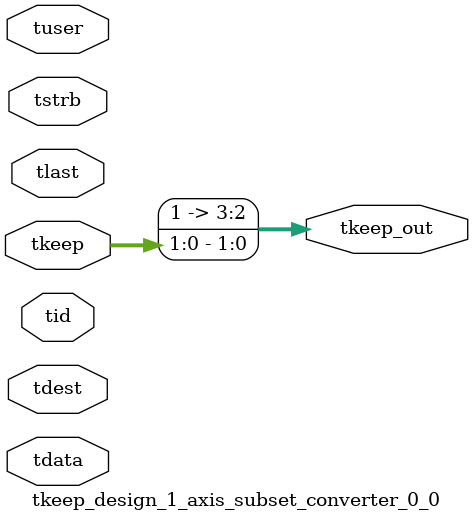
<source format=v>


`timescale 1ps/1ps

module tkeep_design_1_axis_subset_converter_0_0 #
(
parameter C_S_AXIS_TDATA_WIDTH = 32,
parameter C_S_AXIS_TUSER_WIDTH = 0,
parameter C_S_AXIS_TID_WIDTH   = 0,
parameter C_S_AXIS_TDEST_WIDTH = 0,
parameter C_M_AXIS_TDATA_WIDTH = 32
)
(
input  [(C_S_AXIS_TDATA_WIDTH == 0 ? 1 : C_S_AXIS_TDATA_WIDTH)-1:0     ] tdata,
input  [(C_S_AXIS_TUSER_WIDTH == 0 ? 1 : C_S_AXIS_TUSER_WIDTH)-1:0     ] tuser,
input  [(C_S_AXIS_TID_WIDTH   == 0 ? 1 : C_S_AXIS_TID_WIDTH)-1:0       ] tid,
input  [(C_S_AXIS_TDEST_WIDTH == 0 ? 1 : C_S_AXIS_TDEST_WIDTH)-1:0     ] tdest,
input  [(C_S_AXIS_TDATA_WIDTH/8)-1:0 ] tkeep,
input  [(C_S_AXIS_TDATA_WIDTH/8)-1:0 ] tstrb,
input                                                                    tlast,
output [(C_M_AXIS_TDATA_WIDTH/8)-1:0 ] tkeep_out
);

assign tkeep_out = {2'b11,tkeep[1:0]};

endmodule


</source>
